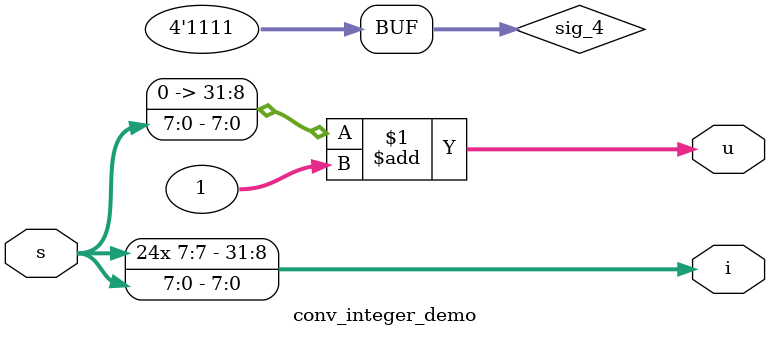
<source format=v>

module conv_integer_sink(
input wire [31:0] val_u,
input wire [31:0] val_i,
input wire [31:0] val_u4,
input wire [31:0] val_i4,
input wire [31:0] val_u_port,
input wire [31:0] val_i_port
);





    // keep empty, only for verifying expression conversion in port map

endmodule

module conv_integer_demo(
input wire [7:0] s,
output wire [31:0] u,
output wire [31:0] i
);




parameter s_test_neg = 8'hFF;
wire [3:0] sig_4 = 4'b1111;

  // conv_integer should be parsed as CONVFUNC_1 and preserved as expr
  assign u = $unsigned(s) + 1;
  assign i = $signed(s);
  // conv_integer in port map: constant/signal/port, signed/unsigned, various widths
  conv_integer_sink sink_inst(
    // constant (param_list): 8-bit
    .val_u({{24{1'b0}},$unsigned(s_test_neg)}),
    // expected 255
    .val_i({{24{s_test_neg[7]}},$signed(s_test_neg)}),
    // expected -1
    // signal (sig_list): 4-bit
    .val_u4({{28{1'b0}},$unsigned(sig_4)}),
    // expected 15
    .val_i4({{28{sig_4[3]}},$signed(sig_4)}),
    // expected -1
    // port (io_list): 8-bit
    .val_u_port({{24{1'b0}},$unsigned(s)}),
    .val_i_port({{24{s[7]}},$signed(s)}));


endmodule

</source>
